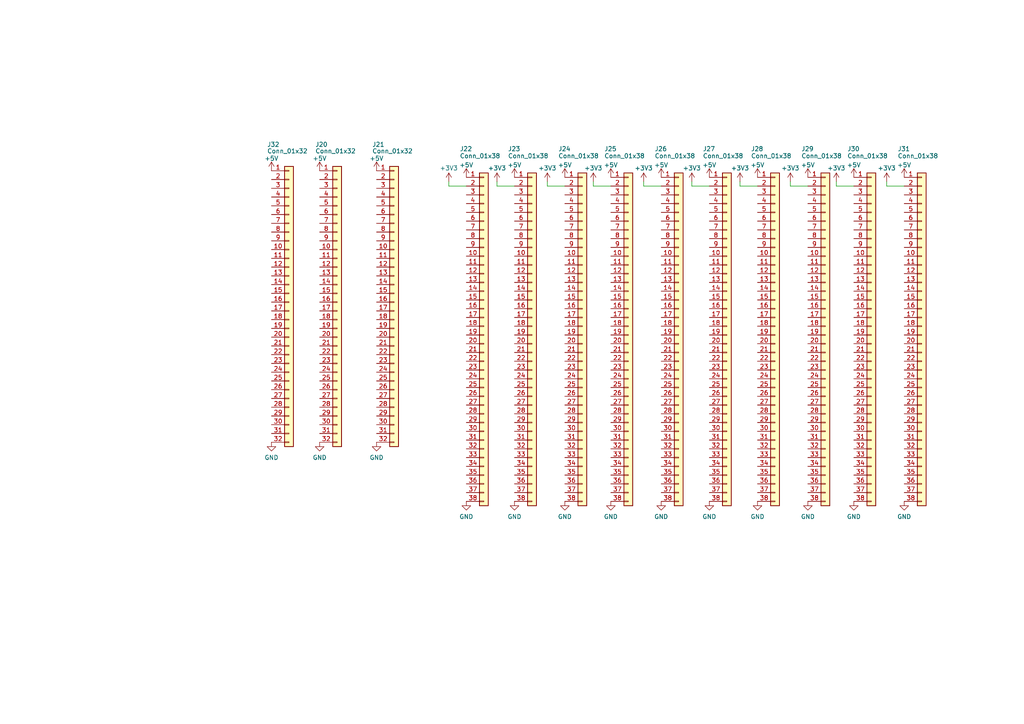
<source format=kicad_sch>
(kicad_sch (version 20230121) (generator eeschema)
  (paper "A4")
  (title_block (title "Unicomp v2 - RAMROM Board") (date "2023-07-06") (rev "v1") (company "100% Offner") (comment 1 "v1: Initial"))
  (lib_symbols
    (symbol "Connector_Generic:Conn_01x32" (pin_names (offset 1.016) hide)
      (property "Reference" "J" (at 0 40.64 0))
      (property "Value" "Conn_01x32" (at 0 -43.18 0))
      (symbol "Conn_01x32_1_1"
        (rectangle (start -1.27 -40.513) (end 0 -40.767) (stroke (width 0.1524)))
        (rectangle (start -1.27 -37.973) (end 0 -38.227) (stroke (width 0.1524)))
        (rectangle (start -1.27 -35.433) (end 0 -35.687) (stroke (width 0.1524)))
        (rectangle (start -1.27 -32.893) (end 0 -33.147) (stroke (width 0.1524)))
        (rectangle (start -1.27 -30.353) (end 0 -30.607) (stroke (width 0.1524)))
        (rectangle (start -1.27 -27.813) (end 0 -28.067) (stroke (width 0.1524)))
        (rectangle (start -1.27 -25.273) (end 0 -25.527) (stroke (width 0.1524)))
        (rectangle (start -1.27 -22.733) (end 0 -22.987) (stroke (width 0.1524)))
        (rectangle (start -1.27 -20.193) (end 0 -20.447) (stroke (width 0.1524)))
        (rectangle (start -1.27 -17.653) (end 0 -17.907) (stroke (width 0.1524)))
        (rectangle (start -1.27 -15.113) (end 0 -15.367) (stroke (width 0.1524)))
        (rectangle (start -1.27 -12.573) (end 0 -12.827) (stroke (width 0.1524)))
        (rectangle (start -1.27 -10.033) (end 0 -10.287) (stroke (width 0.1524)))
        (rectangle (start -1.27 -7.493) (end 0 -7.747) (stroke (width 0.1524)))
        (rectangle (start -1.27 -4.953) (end 0 -5.207) (stroke (width 0.1524)))
        (rectangle (start -1.27 -2.413) (end 0 -2.667) (stroke (width 0.1524)))
        (rectangle (start -1.27 0.127) (end 0 -0.127) (stroke (width 0.1524)))
        (rectangle (start -1.27 2.667) (end 0 2.413) (stroke (width 0.1524)))
        (rectangle (start -1.27 5.207) (end 0 4.953) (stroke (width 0.1524)))
        (rectangle (start -1.27 7.747) (end 0 7.493) (stroke (width 0.1524)))
        (rectangle (start -1.27 10.287) (end 0 10.033) (stroke (width 0.1524)))
        (rectangle (start -1.27 12.827) (end 0 12.573) (stroke (width 0.1524)))
        (rectangle (start -1.27 15.367) (end 0 15.113) (stroke (width 0.1524)))
        (rectangle (start -1.27 17.907) (end 0 17.653) (stroke (width 0.1524)))
        (rectangle (start -1.27 20.447) (end 0 20.193) (stroke (width 0.1524)))
        (rectangle (start -1.27 22.987) (end 0 22.733) (stroke (width 0.1524)))
        (rectangle (start -1.27 25.527) (end 0 25.273) (stroke (width 0.1524)))
        (rectangle (start -1.27 28.067) (end 0 27.813) (stroke (width 0.1524)))
        (rectangle (start -1.27 30.607) (end 0 30.353) (stroke (width 0.1524)))
        (rectangle (start -1.27 33.147) (end 0 32.893) (stroke (width 0.1524)))
        (rectangle (start -1.27 35.687) (end 0 35.433) (stroke (width 0.1524)))
        (rectangle (start -1.27 38.227) (end 0 37.973) (stroke (width 0.1524)))
        (rectangle (start -1.27 39.37) (end 1.27 -41.91) (stroke (width 0.254)) (fill (type background)))
        (pin passive line (at -5.08 38.1 0) (length 3.81) (name "Pin_1") (number "1"))
        (pin passive line (at -5.08 15.24 0) (length 3.81) (name "Pin_10") (number "10"))
        (pin passive line (at -5.08 12.7 0) (length 3.81) (name "Pin_11") (number "11"))
        (pin passive line (at -5.08 10.16 0) (length 3.81) (name "Pin_12") (number "12"))
        (pin passive line (at -5.08 7.62 0) (length 3.81) (name "Pin_13") (number "13"))
        (pin passive line (at -5.08 5.08 0) (length 3.81) (name "Pin_14") (number "14"))
        (pin passive line (at -5.08 2.54 0) (length 3.81) (name "Pin_15") (number "15"))
        (pin passive line (at -5.08 0 0) (length 3.81) (name "Pin_16") (number "16"))
        (pin passive line (at -5.08 -2.54 0) (length 3.81) (name "Pin_17") (number "17"))
        (pin passive line (at -5.08 -5.08 0) (length 3.81) (name "Pin_18") (number "18"))
        (pin passive line (at -5.08 -7.62 0) (length 3.81) (name "Pin_19") (number "19"))
        (pin passive line (at -5.08 35.56 0) (length 3.81) (name "Pin_2") (number "2"))
        (pin passive line (at -5.08 -10.16 0) (length 3.81) (name "Pin_20") (number "20"))
        (pin passive line (at -5.08 -12.7 0) (length 3.81) (name "Pin_21") (number "21"))
        (pin passive line (at -5.08 -15.24 0) (length 3.81) (name "Pin_22") (number "22"))
        (pin passive line (at -5.08 -17.78 0) (length 3.81) (name "Pin_23") (number "23"))
        (pin passive line (at -5.08 -20.32 0) (length 3.81) (name "Pin_24") (number "24"))
        (pin passive line (at -5.08 -22.86 0) (length 3.81) (name "Pin_25") (number "25"))
        (pin passive line (at -5.08 -25.4 0) (length 3.81) (name "Pin_26") (number "26"))
        (pin passive line (at -5.08 -27.94 0) (length 3.81) (name "Pin_27") (number "27"))
        (pin passive line (at -5.08 -30.48 0) (length 3.81) (name "Pin_28") (number "28"))
        (pin passive line (at -5.08 -33.02 0) (length 3.81) (name "Pin_29") (number "29"))
        (pin passive line (at -5.08 33.02 0) (length 3.81) (name "Pin_3") (number "3"))
        (pin passive line (at -5.08 -35.56 0) (length 3.81) (name "Pin_30") (number "30"))
        (pin passive line (at -5.08 -38.1 0) (length 3.81) (name "Pin_31") (number "31"))
        (pin passive line (at -5.08 -40.64 0) (length 3.81) (name "Pin_32") (number "32"))
        (pin passive line (at -5.08 30.48 0) (length 3.81) (name "Pin_4") (number "4"))
        (pin passive line (at -5.08 27.94 0) (length 3.81) (name "Pin_5") (number "5"))
        (pin passive line (at -5.08 25.4 0) (length 3.81) (name "Pin_6") (number "6"))
        (pin passive line (at -5.08 22.86 0) (length 3.81) (name "Pin_7") (number "7"))
        (pin passive line (at -5.08 20.32 0) (length 3.81) (name "Pin_8") (number "8"))
        (pin passive line (at -5.08 17.78 0) (length 3.81) (name "Pin_9") (number "9"))
      )
    )
    (symbol "Connector_Generic:Conn_01x38" (pin_names (offset 1.016) hide)
      (property "Reference" "J" (at 0 48.26 0))
      (property "Value" "Conn_01x38" (at 0 -50.8 0))
      (symbol "Conn_01x38_1_1"
        (rectangle (start -1.27 -48.133) (end 0 -48.387) (stroke (width 0.1524)))
        (rectangle (start -1.27 -45.593) (end 0 -45.847) (stroke (width 0.1524)))
        (rectangle (start -1.27 -43.053) (end 0 -43.307) (stroke (width 0.1524)))
        (rectangle (start -1.27 -40.513) (end 0 -40.767) (stroke (width 0.1524)))
        (rectangle (start -1.27 -37.973) (end 0 -38.227) (stroke (width 0.1524)))
        (rectangle (start -1.27 -35.433) (end 0 -35.687) (stroke (width 0.1524)))
        (rectangle (start -1.27 -32.893) (end 0 -33.147) (stroke (width 0.1524)))
        (rectangle (start -1.27 -30.353) (end 0 -30.607) (stroke (width 0.1524)))
        (rectangle (start -1.27 -27.813) (end 0 -28.067) (stroke (width 0.1524)))
        (rectangle (start -1.27 -25.273) (end 0 -25.527) (stroke (width 0.1524)))
        (rectangle (start -1.27 -22.733) (end 0 -22.987) (stroke (width 0.1524)))
        (rectangle (start -1.27 -20.193) (end 0 -20.447) (stroke (width 0.1524)))
        (rectangle (start -1.27 -17.653) (end 0 -17.907) (stroke (width 0.1524)))
        (rectangle (start -1.27 -15.113) (end 0 -15.367) (stroke (width 0.1524)))
        (rectangle (start -1.27 -12.573) (end 0 -12.827) (stroke (width 0.1524)))
        (rectangle (start -1.27 -10.033) (end 0 -10.287) (stroke (width 0.1524)))
        (rectangle (start -1.27 -7.493) (end 0 -7.747) (stroke (width 0.1524)))
        (rectangle (start -1.27 -4.953) (end 0 -5.207) (stroke (width 0.1524)))
        (rectangle (start -1.27 -2.413) (end 0 -2.667) (stroke (width 0.1524)))
        (rectangle (start -1.27 0.127) (end 0 -0.127) (stroke (width 0.1524)))
        (rectangle (start -1.27 2.667) (end 0 2.413) (stroke (width 0.1524)))
        (rectangle (start -1.27 5.207) (end 0 4.953) (stroke (width 0.1524)))
        (rectangle (start -1.27 7.747) (end 0 7.493) (stroke (width 0.1524)))
        (rectangle (start -1.27 10.287) (end 0 10.033) (stroke (width 0.1524)))
        (rectangle (start -1.27 12.827) (end 0 12.573) (stroke (width 0.1524)))
        (rectangle (start -1.27 15.367) (end 0 15.113) (stroke (width 0.1524)))
        (rectangle (start -1.27 17.907) (end 0 17.653) (stroke (width 0.1524)))
        (rectangle (start -1.27 20.447) (end 0 20.193) (stroke (width 0.1524)))
        (rectangle (start -1.27 22.987) (end 0 22.733) (stroke (width 0.1524)))
        (rectangle (start -1.27 25.527) (end 0 25.273) (stroke (width 0.1524)))
        (rectangle (start -1.27 28.067) (end 0 27.813) (stroke (width 0.1524)))
        (rectangle (start -1.27 30.607) (end 0 30.353) (stroke (width 0.1524)))
        (rectangle (start -1.27 33.147) (end 0 32.893) (stroke (width 0.1524)))
        (rectangle (start -1.27 35.687) (end 0 35.433) (stroke (width 0.1524)))
        (rectangle (start -1.27 38.227) (end 0 37.973) (stroke (width 0.1524)))
        (rectangle (start -1.27 40.767) (end 0 40.513) (stroke (width 0.1524)))
        (rectangle (start -1.27 43.307) (end 0 43.053) (stroke (width 0.1524)))
        (rectangle (start -1.27 45.847) (end 0 45.593) (stroke (width 0.1524)))
        (rectangle (start -1.27 46.99) (end 1.27 -49.53) (stroke (width 0.254)) (fill (type background)))
        (pin passive line (at -5.08 45.72 0) (length 3.81) (name "Pin_1") (number "1"))
        (pin passive line (at -5.08 22.86 0) (length 3.81) (name "Pin_10") (number "10"))
        (pin passive line (at -5.08 20.32 0) (length 3.81) (name "Pin_11") (number "11"))
        (pin passive line (at -5.08 17.78 0) (length 3.81) (name "Pin_12") (number "12"))
        (pin passive line (at -5.08 15.24 0) (length 3.81) (name "Pin_13") (number "13"))
        (pin passive line (at -5.08 12.7 0) (length 3.81) (name "Pin_14") (number "14"))
        (pin passive line (at -5.08 10.16 0) (length 3.81) (name "Pin_15") (number "15"))
        (pin passive line (at -5.08 7.62 0) (length 3.81) (name "Pin_16") (number "16"))
        (pin passive line (at -5.08 5.08 0) (length 3.81) (name "Pin_17") (number "17"))
        (pin passive line (at -5.08 2.54 0) (length 3.81) (name "Pin_18") (number "18"))
        (pin passive line (at -5.08 0 0) (length 3.81) (name "Pin_19") (number "19"))
        (pin passive line (at -5.08 43.18 0) (length 3.81) (name "Pin_2") (number "2"))
        (pin passive line (at -5.08 -2.54 0) (length 3.81) (name "Pin_20") (number "20"))
        (pin passive line (at -5.08 -5.08 0) (length 3.81) (name "Pin_21") (number "21"))
        (pin passive line (at -5.08 -7.62 0) (length 3.81) (name "Pin_22") (number "22"))
        (pin passive line (at -5.08 -10.16 0) (length 3.81) (name "Pin_23") (number "23"))
        (pin passive line (at -5.08 -12.7 0) (length 3.81) (name "Pin_24") (number "24"))
        (pin passive line (at -5.08 -15.24 0) (length 3.81) (name "Pin_25") (number "25"))
        (pin passive line (at -5.08 -17.78 0) (length 3.81) (name "Pin_26") (number "26"))
        (pin passive line (at -5.08 -20.32 0) (length 3.81) (name "Pin_27") (number "27"))
        (pin passive line (at -5.08 -22.86 0) (length 3.81) (name "Pin_28") (number "28"))
        (pin passive line (at -5.08 -25.4 0) (length 3.81) (name "Pin_29") (number "29"))
        (pin passive line (at -5.08 40.64 0) (length 3.81) (name "Pin_3") (number "3"))
        (pin passive line (at -5.08 -27.94 0) (length 3.81) (name "Pin_30") (number "30"))
        (pin passive line (at -5.08 -30.48 0) (length 3.81) (name "Pin_31") (number "31"))
        (pin passive line (at -5.08 -33.02 0) (length 3.81) (name "Pin_32") (number "32"))
        (pin passive line (at -5.08 -35.56 0) (length 3.81) (name "Pin_33") (number "33"))
        (pin passive line (at -5.08 -38.1 0) (length 3.81) (name "Pin_34") (number "34"))
        (pin passive line (at -5.08 -40.64 0) (length 3.81) (name "Pin_35") (number "35"))
        (pin passive line (at -5.08 -43.18 0) (length 3.81) (name "Pin_36") (number "36"))
        (pin passive line (at -5.08 -45.72 0) (length 3.81) (name "Pin_37") (number "37"))
        (pin passive line (at -5.08 -48.26 0) (length 3.81) (name "Pin_38") (number "38"))
        (pin passive line (at -5.08 38.1 0) (length 3.81) (name "Pin_4") (number "4"))
        (pin passive line (at -5.08 35.56 0) (length 3.81) (name "Pin_5") (number "5"))
        (pin passive line (at -5.08 33.02 0) (length 3.81) (name "Pin_6") (number "6"))
        (pin passive line (at -5.08 30.48 0) (length 3.81) (name "Pin_7") (number "7"))
        (pin passive line (at -5.08 27.94 0) (length 3.81) (name "Pin_8") (number "8"))
        (pin passive line (at -5.08 25.4 0) (length 3.81) (name "Pin_9") (number "9"))
      )
    )
    (symbol "power:+3V3" (power) (pin_names (offset 0))
      (property "Value" "+3V3" (at 0 3.556 0))
      (symbol "+3V3_0_1"
        (polyline (pts (xy -0.762 1.27) (xy 0 2.54)))
        (polyline (pts (xy 0 0) (xy 0 2.54)))
        (polyline (pts (xy 0 2.54) (xy 0.762 1.27)))
      )
      (symbol "+3V3_1_1"
        (pin power_in line (at 0 0 90) (length 0) hide (name "+3V3") (number "1"))
      )
    )
    (symbol "power:+5V" (power) (pin_names (offset 0))
      (property "Value" "+5V" (at 0 3.556 0))
      (symbol "+5V_0_1"
        (polyline (pts (xy -0.762 1.27) (xy 0 2.54)))
        (polyline (pts (xy 0 0) (xy 0 2.54)))
        (polyline (pts (xy 0 2.54) (xy 0.762 1.27)))
      )
      (symbol "+5V_1_1"
        (pin power_in line (at 0 0 90) (length 0) hide (name "+5V") (number "1"))
      )
    )
    (symbol "power:GND" (power) (pin_names (offset 0))
      (property "Value" "GND" (at 0 -3.81 0))
      (symbol "GND_0_1"
        (polyline (pts (xy 0 0) (xy 0 -1.27) (xy 1.27 -1.27) (xy 0 -2.54) (xy -1.27 -1.27) (xy 0 -1.27)))
      )
      (symbol "GND_1_1"
        (pin power_in line (at 0 0 270) (length 0) hide (name "GND") (number "1"))
      )
    )
  )
  (wire (pts (xy 172.085 52.705) (xy 172.085 53.975)))
  (wire (pts (xy 186.69 52.705) (xy 186.69 53.975)))
  (wire (pts (xy 242.57 53.975) (xy 247.65 53.975)))
  (wire (pts (xy 242.57 52.705) (xy 242.57 53.975)))
  (wire (pts (xy 257.175 52.705) (xy 257.175 53.975)))
  (wire (pts (xy 229.235 52.705) (xy 229.235 53.975)))
  (wire (pts (xy 158.75 52.705) (xy 158.75 53.975)))
  (wire (pts (xy 257.175 53.975) (xy 262.255 53.975)))
  (wire (pts (xy 214.63 52.705) (xy 214.63 53.975)))
  (wire (pts (xy 130.175 52.705) (xy 130.175 53.975)))
  (wire (pts (xy 200.66 53.975) (xy 205.74 53.975)))
  (wire (pts (xy 200.66 52.705) (xy 200.66 53.975)))
  (wire (pts (xy 214.63 53.975) (xy 219.71 53.975)))
  (wire (pts (xy 144.145 53.975) (xy 149.225 53.975)))
  (wire (pts (xy 229.235 53.975) (xy 234.315 53.975)))
  (wire (pts (xy 172.085 53.975) (xy 177.165 53.975)))
  (wire (pts (xy 144.145 52.705) (xy 144.145 53.975)))
  (wire (pts (xy 158.75 53.975) (xy 163.83 53.975)))
  (wire (pts (xy 130.175 53.975) (xy 135.255 53.975)))
  (wire (pts (xy 186.69 53.975) (xy 191.77 53.975)))
  (symbol (lib_id "power:+5V") (at 92.71 49.53 0) (unit 1)
    (property "Reference" "#PWR015" (effects hide))
    (property "Value" "+5V" (at 92.71 45.9542 0))
  )
  (symbol (lib_id "Connector_Generic:Conn_01x38") (at 239.395 97.155 0) (unit 1)
    (property "Reference" "J29" (at 232.41 43.18 0) (effects (justify left)))
    (property "Value" "Conn_01x38" (at 232.41 45.228 0) (effects (justify left)))
    (property "Footprint" "Connector_PinHeader_2.54mm:PinHeader_1x38_P2.54mm_Vertical" (effects hide))
  )
  (symbol (lib_id "power:+5V") (at 177.165 51.435 0) (unit 1)
    (property "Reference" "#PWR043" (effects hide))
    (property "Value" "+5V" (at 177.165 47.8592 0))
  )
  (symbol (lib_id "power:+5V") (at 219.71 51.435 0) (unit 1)
    (property "Reference" "#PWR046" (effects hide))
    (property "Value" "+5V" (at 219.71 47.8592 0))
  )
  (symbol (lib_id "power:+5V") (at 163.83 51.435 0) (unit 1)
    (property "Reference" "#PWR042" (effects hide))
    (property "Value" "+5V" (at 163.83 47.8592 0))
  )
  (symbol (lib_id "power:+3V3") (at 229.235 52.705 0) (unit 1)
    (property "Reference" "#PWR062" (effects hide))
    (property "Value" "+3V3" (at 229.235 48.76 0))
  )
  (symbol (lib_id "Connector_Generic:Conn_01x32") (at 97.79 87.63 0) (unit 1)
    (property "Reference" "J20" (at 91.44 41.91 0) (effects (justify left)))
    (property "Value" "Conn_01x32" (at 91.44 43.8119 0) (effects (justify left)))
    (property "Footprint" "Connector_PinHeader_2.54mm:PinHeader_1x32_P2.54mm_Vertical" (effects hide))
  )
  (symbol (lib_id "power:+5V") (at 149.225 51.435 0) (unit 1)
    (property "Reference" "#PWR041" (effects hide))
    (property "Value" "+5V" (at 149.225 47.8592 0))
  )
  (symbol (lib_id "power:+5V") (at 247.65 51.435 0) (unit 1)
    (property "Reference" "#PWR048" (effects hide))
    (property "Value" "+5V" (at 247.65 47.8592 0))
  )
  (symbol (lib_id "power:+5V") (at 135.255 51.435 0) (unit 1)
    (property "Reference" "#PWR040" (effects hide))
    (property "Value" "+5V" (at 135.255 47.8592 0))
  )
  (symbol (lib_id "power:GND") (at 191.77 145.415 0) (mirror y) (unit 1)
    (property "Reference" "#PWR093" (effects hide))
    (property "Value" "GND" (at 191.77 149.8584 0))
  )
  (symbol (lib_id "Connector_Generic:Conn_01x38") (at 154.305 97.155 0) (unit 1)
    (property "Reference" "J23" (at 147.32 43.18 0) (effects (justify left)))
    (property "Value" "Conn_01x38" (at 147.32 45.228 0) (effects (justify left)))
    (property "Footprint" "Connector_PinHeader_2.54mm:PinHeader_1x38_P2.54mm_Vertical" (effects hide))
  )
  (symbol (lib_id "power:+3V3") (at 186.69 52.705 0) (unit 1)
    (property "Reference" "#PWR054" (effects hide))
    (property "Value" "+3V3" (at 186.69 48.76 0))
  )
  (symbol (lib_id "Connector_Generic:Conn_01x38") (at 267.335 97.155 0) (unit 1)
    (property "Reference" "J31" (at 260.35 43.18 0) (effects (justify left)))
    (property "Value" "Conn_01x38" (at 260.35 45.228 0) (effects (justify left)))
    (property "Footprint" "Connector_PinHeader_2.54mm:PinHeader_1x38_P2.54mm_Vertical" (effects hide))
  )
  (symbol (lib_id "power:GND") (at 92.71 128.27 0) (mirror y) (unit 1)
    (property "Reference" "#PWR069" (effects hide))
    (property "Value" "GND" (at 92.71 132.7134 0))
  )
  (symbol (lib_id "power:GND") (at 163.83 145.415 0) (mirror y) (unit 1)
    (property "Reference" "#PWR091" (effects hide))
    (property "Value" "GND" (at 163.83 149.8584 0))
  )
  (symbol (lib_id "Connector_Generic:Conn_01x38") (at 210.82 97.155 0) (unit 1)
    (property "Reference" "J27" (at 203.835 43.18 0) (effects (justify left)))
    (property "Value" "Conn_01x38" (at 203.835 45.228 0) (effects (justify left)))
    (property "Footprint" "Connector_PinHeader_2.54mm:PinHeader_1x38_P2.54mm_Vertical" (effects hide))
  )
  (symbol (lib_id "Connector_Generic:Conn_01x38") (at 168.91 97.155 0) (unit 1)
    (property "Reference" "J24" (at 161.925 43.18 0) (effects (justify left)))
    (property "Value" "Conn_01x38" (at 161.925 45.228 0) (effects (justify left)))
    (property "Footprint" "Connector_PinHeader_2.54mm:PinHeader_1x38_P2.54mm_Vertical" (effects hide))
  )
  (symbol (lib_id "Connector_Generic:Conn_01x32") (at 83.82 87.63 0) (unit 1)
    (property "Reference" "J32" (at 77.47 41.91 0) (effects (justify left)))
    (property "Value" "Conn_01x32" (at 77.47 43.8119 0) (effects (justify left)))
    (property "Footprint" "Connector_PinHeader_2.54mm:PinHeader_1x32_P2.54mm_Vertical" (effects hide))
  )
  (symbol (lib_id "power:+5V") (at 262.255 51.435 0) (unit 1)
    (property "Reference" "#PWR049" (effects hide))
    (property "Value" "+5V" (at 262.255 47.8592 0))
  )
  (symbol (lib_id "Connector_Generic:Conn_01x38") (at 224.79 97.155 0) (unit 1)
    (property "Reference" "J28" (at 217.805 43.18 0) (effects (justify left)))
    (property "Value" "Conn_01x38" (at 217.805 45.228 0) (effects (justify left)))
    (property "Footprint" "Connector_PinHeader_2.54mm:PinHeader_1x38_P2.54mm_Vertical" (effects hide))
  )
  (symbol (lib_id "power:GND") (at 247.65 145.415 0) (mirror y) (unit 1)
    (property "Reference" "#PWR097" (effects hide))
    (property "Value" "GND" (at 247.65 149.8584 0))
  )
  (symbol (lib_id "power:GND") (at 262.255 145.415 0) (mirror y) (unit 1)
    (property "Reference" "#PWR098" (effects hide))
    (property "Value" "GND" (at 262.255 149.8584 0))
  )
  (symbol (lib_id "power:+3V3") (at 144.145 52.705 0) (unit 1)
    (property "Reference" "#PWR051" (effects hide))
    (property "Value" "+3V3" (at 144.145 48.76 0))
  )
  (symbol (lib_id "power:+3V3") (at 242.57 52.705 0) (unit 1)
    (property "Reference" "#PWR066" (effects hide))
    (property "Value" "+3V3" (at 242.57 48.76 0))
  )
  (symbol (lib_id "power:+3V3") (at 158.75 52.705 0) (unit 1)
    (property "Reference" "#PWR052" (effects hide))
    (property "Value" "+3V3" (at 158.75 48.76 0))
  )
  (symbol (lib_id "power:+5V") (at 205.74 51.435 0) (unit 1)
    (property "Reference" "#PWR045" (effects hide))
    (property "Value" "+5V" (at 205.74 47.8592 0))
  )
  (symbol (lib_id "power:GND") (at 234.315 145.415 0) (mirror y) (unit 1)
    (property "Reference" "#PWR096" (effects hide))
    (property "Value" "GND" (at 234.315 149.8584 0))
  )
  (symbol (lib_id "Connector_Generic:Conn_01x38") (at 182.245 97.155 0) (unit 1)
    (property "Reference" "J25" (at 175.26 43.18 0) (effects (justify left)))
    (property "Value" "Conn_01x38" (at 175.26 45.228 0) (effects (justify left)))
    (property "Footprint" "Connector_PinHeader_2.54mm:PinHeader_1x38_P2.54mm_Vertical" (effects hide))
  )
  (symbol (lib_id "power:GND") (at 149.225 145.415 0) (mirror y) (unit 1)
    (property "Reference" "#PWR090" (effects hide))
    (property "Value" "GND" (at 149.225 149.8584 0))
  )
  (symbol (lib_id "power:GND") (at 205.74 145.415 0) (mirror y) (unit 1)
    (property "Reference" "#PWR094" (effects hide))
    (property "Value" "GND" (at 205.74 149.8584 0))
  )
  (symbol (lib_id "Connector_Generic:Conn_01x32") (at 114.3 87.63 0) (unit 1)
    (property "Reference" "J21" (at 107.95 41.91 0) (effects (justify left)))
    (property "Value" "Conn_01x32" (at 107.95 43.815 0) (effects (justify left)))
    (property "Footprint" "Connector_PinHeader_2.54mm:PinHeader_1x32_P2.54mm_Vertical" (effects hide))
  )
  (symbol (lib_id "power:+3V3") (at 214.63 52.705 0) (unit 1)
    (property "Reference" "#PWR061" (effects hide))
    (property "Value" "+3V3" (at 214.63 48.76 0))
  )
  (symbol (lib_id "power:GND") (at 135.255 145.415 0) (mirror y) (unit 1)
    (property "Reference" "#PWR089" (effects hide))
    (property "Value" "GND" (at 135.255 149.8584 0))
  )
  (symbol (lib_id "power:+5V") (at 191.77 51.435 0) (unit 1)
    (property "Reference" "#PWR044" (effects hide))
    (property "Value" "+5V" (at 191.77 47.8592 0))
  )
  (symbol (lib_id "power:GND") (at 109.22 128.27 0) (mirror y) (unit 1)
    (property "Reference" "#PWR079" (effects hide))
    (property "Value" "GND" (at 109.22 132.7134 0))
  )
  (symbol (lib_id "power:+3V3") (at 257.175 52.705 0) (unit 1)
    (property "Reference" "#PWR067" (effects hide))
    (property "Value" "+3V3" (at 257.175 48.76 0))
  )
  (symbol (lib_id "power:+5V") (at 234.315 51.435 0) (unit 1)
    (property "Reference" "#PWR047" (effects hide))
    (property "Value" "+5V" (at 234.315 47.8592 0))
  )
  (symbol (lib_id "Connector_Generic:Conn_01x38") (at 196.85 97.155 0) (unit 1)
    (property "Reference" "J26" (at 189.865 43.18 0) (effects (justify left)))
    (property "Value" "Conn_01x38" (at 189.865 45.228 0) (effects (justify left)))
    (property "Footprint" "Connector_PinHeader_2.54mm:PinHeader_1x38_P2.54mm_Vertical" (effects hide))
  )
  (symbol (lib_id "power:+3V3") (at 172.085 52.705 0) (unit 1)
    (property "Reference" "#PWR053" (effects hide))
    (property "Value" "+3V3" (at 172.085 48.76 0))
  )
  (symbol (lib_id "power:+5V") (at 109.22 49.53 0) (unit 1)
    (property "Reference" "#PWR039" (effects hide))
    (property "Value" "+5V" (at 109.22 45.9542 0))
  )
  (symbol (lib_id "Connector_Generic:Conn_01x38") (at 252.73 97.155 0) (unit 1)
    (property "Reference" "J30" (at 245.745 43.18 0) (effects (justify left)))
    (property "Value" "Conn_01x38" (at 245.745 45.228 0) (effects (justify left)))
    (property "Footprint" "Connector_PinHeader_2.54mm:PinHeader_1x38_P2.54mm_Vertical" (effects hide))
  )
  (symbol (lib_id "power:+3V3") (at 200.66 52.705 0) (unit 1)
    (property "Reference" "#PWR060" (effects hide))
    (property "Value" "+3V3" (at 200.66 48.76 0))
  )
  (symbol (lib_id "power:+3V3") (at 130.175 52.705 0) (unit 1)
    (property "Reference" "#PWR050" (effects hide))
    (property "Value" "+3V3" (at 130.175 48.76 0))
  )
  (symbol (lib_id "power:GND") (at 78.74 128.27 0) (mirror y) (unit 1)
    (property "Reference" "#PWR068" (effects hide))
    (property "Value" "GND" (at 78.74 132.7134 0))
  )
  (symbol (lib_id "power:GND") (at 177.165 145.415 0) (mirror y) (unit 1)
    (property "Reference" "#PWR092" (effects hide))
    (property "Value" "GND" (at 177.165 149.8584 0))
  )
  (symbol (lib_id "Connector_Generic:Conn_01x38") (at 140.335 97.155 0) (unit 1)
    (property "Reference" "J22" (at 133.35 43.18 0) (effects (justify left)))
    (property "Value" "Conn_01x38" (at 133.35 45.228 0) (effects (justify left)))
    (property "Footprint" "Connector_PinHeader_2.54mm:PinHeader_1x38_P2.54mm_Vertical" (effects hide))
  )
  (symbol (lib_id "power:+5V") (at 78.74 49.53 0) (unit 1)
    (property "Reference" "#PWR07" (effects hide))
    (property "Value" "+5V" (at 78.74 45.9542 0))
  )
  (symbol (lib_id "power:GND") (at 219.71 145.415 0) (mirror y) (unit 1)
    (property "Reference" "#PWR095" (effects hide))
    (property "Value" "GND" (at 219.71 149.8584 0))
  )
)
</source>
